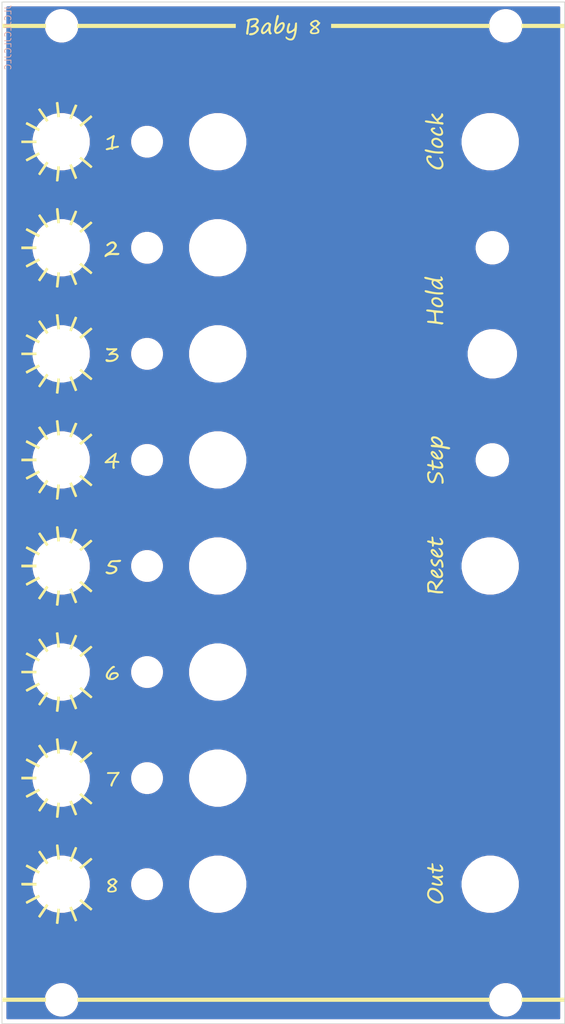
<source format=kicad_pcb>
(kicad_pcb (version 20171130) (host pcbnew "(5.1.9)-1")
  (layers (0 F.Cu signal) (31 B.Cu signal) (34 B.Paste user) (35 F.Paste user) (36 B.SilkS user) (37 F.SilkS user) (38 B.Mask user) (39 F.Mask user) (44 Edge.Cuts user))
  (net 0 "")
  (module Eurorack_Front:Hole_D5.2mm (layer F.Cu) (at 61.7 44.255)
    (fp_text reference REF** hide)
    (fp_text value Hole_D5.2mm hide)
    (pad "" np_thru_hole circle (at 0 0) (size 5.2 5.2) (drill 5.2) (layers *.Cu *.Mask))
  )
  (module Frontpanels:LED_3mm (layer F.Cu) (at 61.7 57.595)
    (fp_text reference REF** hide)
    (fp_text value STEP hide)
    (pad "" np_thru_hole circle (at 0 0) (size 3.2 3.2) (drill 3.2) (layers *.Cu *.Mask))
  )
  (module Frontpanels:LED_3mm (layer F.Cu) (at 61.7 30.915)
    (fp_text reference REF** hide)
    (fp_text value LED_3mm hide)
    (pad "" np_thru_hole circle (at 0 0) (size 3.2 3.2) (drill 3.2) (layers *.Cu *.Mask))
  )
  (module Eurorack_Front:Hole_D6.2mm (layer F.Cu) (at 27.145 17.575)
    (fp_text reference REF** hide)
    (fp_text value Hole_D6.2mm hide)
    (pad "" np_thru_hole circle (at 0 0) (size 6.2 6.2) (drill 6.2) (layers *.Cu *.Mask))
  )
  (module Eurorack_Front:Hole_D6.2mm (layer F.Cu) (at 61.435 110.955)
    (fp_text reference REF** hide)
    (fp_text value Hole_D6.2mm hide)
    (pad "" np_thru_hole circle (at 0 0) (size 6.2 6.2) (drill 6.2) (layers *.Cu *.Mask))
  )
  (module Eurorack_Front:Hole_D6.2mm (layer F.Cu) (at 27.145 110.955)
    (fp_text reference REF** hide)
    (fp_text value Hole_D6.2mm hide)
    (pad "" np_thru_hole circle (at 0 0) (size 6.2 6.2) (drill 6.2) (layers *.Cu *.Mask))
  )
  (module Eurorack_Front:Hole_D6.2mm (layer F.Cu) (at 27.145 97.615)
    (fp_text reference REF** hide)
    (fp_text value Hole_D6.2mm hide)
    (pad "" np_thru_hole circle (at 0 0) (size 6.2 6.2) (drill 6.2) (layers *.Cu *.Mask))
  )
  (module Eurorack_Front:Hole_D6.2mm (layer F.Cu) (at 27.145 84.275)
    (fp_text reference REF** hide)
    (fp_text value Hole_D6.2mm hide)
    (pad "" np_thru_hole circle (at 0 0) (size 6.2 6.2) (drill 6.2) (layers *.Cu *.Mask))
  )
  (module Eurorack_Front:Hole_D6.2mm (layer F.Cu) (at 61.435 70.935)
    (fp_text reference REF** hide)
    (fp_text value Hole_D6.2mm hide)
    (pad "" np_thru_hole circle (at 0 0) (size 6.2 6.2) (drill 6.2) (layers *.Cu *.Mask))
  )
  (module Eurorack_Front:Hole_D6.2mm (layer F.Cu) (at 27.145 70.935)
    (fp_text reference REF** hide)
    (fp_text value Hole_D6.2mm hide)
    (pad "" np_thru_hole circle (at 0 0) (size 6.2 6.2) (drill 6.2) (layers *.Cu *.Mask))
  )
  (module Eurorack_Front:Hole_D6.2mm (layer F.Cu) (at 27.145 57.595)
    (fp_text reference REF** hide)
    (fp_text value Hole_D6.2mm hide)
    (pad "" np_thru_hole circle (at 0 0) (size 6.2 6.2) (drill 6.2) (layers *.Cu *.Mask))
  )
  (module Eurorack_Front:Hole_D6.2mm (layer F.Cu) (at 27.145 44.255)
    (fp_text reference REF** hide)
    (fp_text value Hole_D6.2mm hide)
    (pad "" np_thru_hole circle (at 0 0) (size 6.2 6.2) (drill 6.2) (layers *.Cu *.Mask))
  )
  (module Eurorack_Front:Hole_D6.2mm (layer F.Cu) (at 27.145 30.915)
    (fp_text reference REF** hide)
    (fp_text value Hole_D6.2mm hide)
    (pad "" np_thru_hole circle (at 0 0) (size 6.2 6.2) (drill 6.2) (layers *.Cu *.Mask))
  )
  (module Eurorack_Front:Hole_D6.2mm (layer F.Cu) (at 61.435 17.575)
    (fp_text reference REF** hide)
    (fp_text value Hole_D6.2mm hide)
    (pad "" np_thru_hole circle (at 0 0) (size 6.2 6.2) (drill 6.2) (layers *.Cu *.Mask))
  )
  (module Frontpanels:LED_3mm (layer F.Cu) (at 18.255 110.955)
    (fp_text reference REF** hide)
    (fp_text value LED_3mm hide)
    (pad "" np_thru_hole circle (at 0 0) (size 3 3) (drill 3) (layers *.Cu *.Mask))
  )
  (module Frontpanels:LED_3mm (layer F.Cu) (at 18.255 97.615)
    (fp_text reference REF** hide)
    (fp_text value LED_3mm hide)
    (pad "" np_thru_hole circle (at 0 0) (size 3 3) (drill 3) (layers *.Cu *.Mask))
  )
  (module Frontpanels:LED_3mm (layer F.Cu) (at 18.255 84.275)
    (fp_text reference REF** hide)
    (fp_text value LED_3mm hide)
    (pad "" np_thru_hole circle (at 0 0) (size 3 3) (drill 3) (layers *.Cu *.Mask))
  )
  (module Frontpanels:LED_3mm (layer F.Cu) (at 18.255 70.935)
    (fp_text reference REF** hide)
    (fp_text value LED_3mm hide)
    (pad "" np_thru_hole circle (at 0 0) (size 3 3) (drill 3) (layers *.Cu *.Mask))
  )
  (module Frontpanels:LED_3mm (layer F.Cu) (at 18.255 57.595)
    (fp_text reference REF** hide)
    (fp_text value LED_3mm hide)
    (pad "" np_thru_hole circle (at 0 0) (size 3 3) (drill 3) (layers *.Cu *.Mask))
  )
  (module Frontpanels:LED_3mm (layer F.Cu) (at 18.255 44.255)
    (fp_text reference REF** hide)
    (fp_text value LED_3mm hide)
    (pad "" np_thru_hole circle (at 0 0) (size 3 3) (drill 3) (layers *.Cu *.Mask))
  )
  (module Frontpanels:LED_3mm (layer F.Cu) (at 18.255 30.915)
    (fp_text reference REF** hide)
    (fp_text value LED_3mm hide)
    (pad "" np_thru_hole circle (at 0 0) (size 3 3) (drill 3) (layers *.Cu *.Mask))
  )
  (module Frontpanels:LED_3mm (layer F.Cu) (at 18.255 17.575)
    (fp_text reference REF** hide)
    (fp_text value LED_3mm hide)
    (pad "" np_thru_hole circle (at 0 0) (size 3 3) (drill 3) (layers *.Cu *.Mask))
  )
  (module Eurorack_Front:Hole_D6.2mm (layer F.Cu) (at 7.445 110.955)
    (fp_text reference REF** hide)
    (fp_text value Hole_D6.2mm hide)
    (pad "" np_thru_hole circle (at 0 0) (size 6.2 6.2) (drill 6.2) (layers *.Cu *.Mask))
  )
  (module Eurorack_Front:Hole_D6.2mm (layer F.Cu) (at 7.445 97.615)
    (fp_text reference REF** hide)
    (fp_text value Hole_D6.2mm hide)
    (pad "" np_thru_hole circle (at 0 0) (size 6.2 6.2) (drill 6.2) (layers *.Cu *.Mask))
  )
  (module Eurorack_Front:Hole_D6.2mm (layer F.Cu) (at 7.445 84.275)
    (fp_text reference REF** hide)
    (fp_text value Hole_D6.2mm hide)
    (pad "" np_thru_hole circle (at 0 0) (size 6.2 6.2) (drill 6.2) (layers *.Cu *.Mask))
  )
  (module Eurorack_Front:Hole_D6.2mm (layer F.Cu) (at 7.445 70.935)
    (fp_text reference REF** hide)
    (fp_text value Hole_D6.2mm hide)
    (pad "" np_thru_hole circle (at 0 0) (size 6.2 6.2) (drill 6.2) (layers *.Cu *.Mask))
  )
  (module Eurorack_Front:Hole_D6.2mm (layer F.Cu) (at 7.445 57.595)
    (fp_text reference REF** hide)
    (fp_text value Hole_D6.2mm hide)
    (pad "" np_thru_hole circle (at 0 0) (size 6.2 6.2) (drill 6.2) (layers *.Cu *.Mask))
  )
  (module Eurorack_Front:Hole_D6.2mm (layer F.Cu) (at 7.445 44.255)
    (fp_text reference REF** hide)
    (fp_text value Hole_D6.2mm hide)
    (pad "" np_thru_hole circle (at 0 0) (size 6.2 6.2) (drill 6.2) (layers *.Cu *.Mask))
  )
  (module Eurorack_Front:Hole_D6.2mm (layer F.Cu) (at 7.445 30.915)
    (fp_text reference REF** hide)
    (fp_text value Hole_D6.2mm hide)
    (pad "" np_thru_hole circle (at 0 0) (size 6.2 6.2) (drill 6.2) (layers *.Cu *.Mask))
  )
  (module Eurorack_Front:Hole_D6.2mm (layer F.Cu) (at 7.445 17.575)
    (fp_text reference REF** hide)
    (fp_text value Hole_D6.2mm hide)
    (pad "" np_thru_hole circle (at 0 0) (size 6.2 6.2) (drill 6.2) (layers *.Cu *.Mask))
  )
  (module "Front:Baby8 Front" (layer F.Cu) (at 35.4 64.25)
    (fp_text reference G*** hide)
    (fp_text value LOGO hide)
  )
  (module Eurorack_Front:Eurorack_14TE (layer F.Cu) (at 0 0)
    (fp_text reference REF** hide)
    (fp_text value Eurorack_12TE hide)
    (fp_line (start 0 128.5) (end 0 0) (layer Edge.Cuts) (width 0.1))
    (fp_line (start 0 128.5) (end 70.8 128.5) (layer Edge.Cuts) (width 0.1))
    (fp_line (start 70.8 0) (end 70.8 128.5) (layer Edge.Cuts) (width 0.1))
    (fp_line (start 0 0) (end 70.8 0) (layer Edge.Cuts) (width 0.1))
    (fp_text user JLCJLCJLCJLC (at 0.762 8.636 90) (layer B.SilkS) (effects (font (size 0.8 0.8) (thickness 0.1)) (justify right mirror)))
    (pad "" np_thru_hole circle (at 63.38 125.5) (size 3.2 3.2) (drill 3.2) (layers *.Cu *.Mask))
    (pad "" np_thru_hole circle (at 63.38 3) (size 3.2 3.2) (drill 3.2) (layers *.Cu *.Mask))
    (pad "" np_thru_hole circle (at 7.5 125.5) (size 3.2 3.2) (drill 3.2) (layers *.Cu *.Mask))
    (pad "" np_thru_hole circle (at 7.5 3) (size 3.2 3.2) (drill 3.2) (layers *.Cu *.Mask))
  )
  (zone (net 0) (net_name "") (layer F.Cu) (connect_pads (clearance 0.508)) (min_thickness 0.254) (fill yes (arc_segments 32) (thermal_gap 0.508) (thermal_bridge_width 0.508))
    (polygon (pts (xy 70.8 128.5) (xy 0 128.5) (xy 0 0) (xy 70.8 0)))
  )
  (zone (net 0) (net_name "") (layer B.Cu) (connect_pads (clearance 0.508)) (min_thickness 0.254) (fill yes (arc_segments 32) (thermal_gap 0.508) (thermal_bridge_width 0.508))
    (polygon (pts (xy 70.8 128.5) (xy 0 128.5) (xy 0 0) (xy 70.8 0)))
  )
)
</source>
